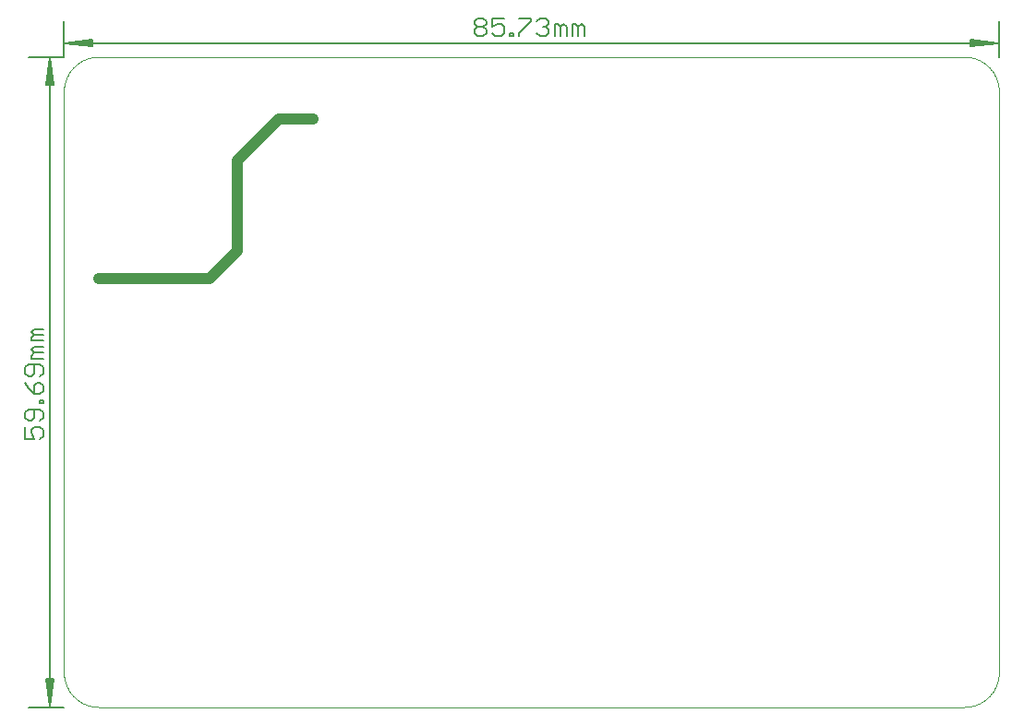
<source format=gko>
G75*
%MOIN*%
%OFA0B0*%
%FSLAX25Y25*%
%IPPOS*%
%LPD*%
%AMOC8*
5,1,8,0,0,1.08239X$1,22.5*
%
%ADD10C,0.00000*%
%ADD11C,0.00512*%
%ADD12C,0.00600*%
%ADD13C,0.04000*%
D10*
X0017595Y0013756D02*
X0017595Y0223756D01*
X0017599Y0224058D01*
X0017610Y0224360D01*
X0017628Y0224661D01*
X0017653Y0224962D01*
X0017686Y0225263D01*
X0017726Y0225562D01*
X0017773Y0225860D01*
X0017828Y0226158D01*
X0017889Y0226453D01*
X0017958Y0226747D01*
X0018034Y0227040D01*
X0018117Y0227330D01*
X0018207Y0227619D01*
X0018304Y0227905D01*
X0018407Y0228189D01*
X0018518Y0228470D01*
X0018635Y0228748D01*
X0018759Y0229024D01*
X0018890Y0229296D01*
X0019027Y0229565D01*
X0019170Y0229831D01*
X0019320Y0230093D01*
X0019477Y0230352D01*
X0019639Y0230606D01*
X0019808Y0230857D01*
X0019982Y0231103D01*
X0020163Y0231346D01*
X0020349Y0231583D01*
X0020541Y0231817D01*
X0020739Y0232045D01*
X0020942Y0232269D01*
X0021150Y0232487D01*
X0021364Y0232701D01*
X0021582Y0232909D01*
X0021806Y0233112D01*
X0022034Y0233310D01*
X0022268Y0233502D01*
X0022505Y0233688D01*
X0022748Y0233869D01*
X0022994Y0234043D01*
X0023245Y0234212D01*
X0023499Y0234374D01*
X0023758Y0234531D01*
X0024020Y0234681D01*
X0024286Y0234824D01*
X0024555Y0234961D01*
X0024827Y0235092D01*
X0025103Y0235216D01*
X0025381Y0235333D01*
X0025662Y0235444D01*
X0025946Y0235547D01*
X0026232Y0235644D01*
X0026521Y0235734D01*
X0026811Y0235817D01*
X0027104Y0235893D01*
X0027398Y0235962D01*
X0027693Y0236023D01*
X0027991Y0236078D01*
X0028289Y0236125D01*
X0028588Y0236165D01*
X0028889Y0236198D01*
X0029190Y0236223D01*
X0029491Y0236241D01*
X0029793Y0236252D01*
X0030095Y0236256D01*
X0342595Y0236256D01*
X0342897Y0236252D01*
X0343199Y0236241D01*
X0343500Y0236223D01*
X0343801Y0236198D01*
X0344102Y0236165D01*
X0344401Y0236125D01*
X0344699Y0236078D01*
X0344997Y0236023D01*
X0345292Y0235962D01*
X0345586Y0235893D01*
X0345879Y0235817D01*
X0346169Y0235734D01*
X0346458Y0235644D01*
X0346744Y0235547D01*
X0347028Y0235444D01*
X0347309Y0235333D01*
X0347587Y0235216D01*
X0347863Y0235092D01*
X0348135Y0234961D01*
X0348404Y0234824D01*
X0348670Y0234681D01*
X0348932Y0234531D01*
X0349191Y0234374D01*
X0349445Y0234212D01*
X0349696Y0234043D01*
X0349942Y0233869D01*
X0350185Y0233688D01*
X0350422Y0233502D01*
X0350656Y0233310D01*
X0350884Y0233112D01*
X0351108Y0232909D01*
X0351326Y0232701D01*
X0351540Y0232487D01*
X0351748Y0232269D01*
X0351951Y0232045D01*
X0352149Y0231817D01*
X0352341Y0231583D01*
X0352527Y0231346D01*
X0352708Y0231103D01*
X0352882Y0230857D01*
X0353051Y0230606D01*
X0353213Y0230352D01*
X0353370Y0230093D01*
X0353520Y0229831D01*
X0353663Y0229565D01*
X0353800Y0229296D01*
X0353931Y0229024D01*
X0354055Y0228748D01*
X0354172Y0228470D01*
X0354283Y0228189D01*
X0354386Y0227905D01*
X0354483Y0227619D01*
X0354573Y0227330D01*
X0354656Y0227040D01*
X0354732Y0226747D01*
X0354801Y0226453D01*
X0354862Y0226158D01*
X0354917Y0225860D01*
X0354964Y0225562D01*
X0355004Y0225263D01*
X0355037Y0224962D01*
X0355062Y0224661D01*
X0355080Y0224360D01*
X0355091Y0224058D01*
X0355095Y0223756D01*
X0355095Y0013756D01*
X0355091Y0013454D01*
X0355080Y0013152D01*
X0355062Y0012851D01*
X0355037Y0012550D01*
X0355004Y0012249D01*
X0354964Y0011950D01*
X0354917Y0011652D01*
X0354862Y0011354D01*
X0354801Y0011059D01*
X0354732Y0010765D01*
X0354656Y0010472D01*
X0354573Y0010182D01*
X0354483Y0009893D01*
X0354386Y0009607D01*
X0354283Y0009323D01*
X0354172Y0009042D01*
X0354055Y0008764D01*
X0353931Y0008488D01*
X0353800Y0008216D01*
X0353663Y0007947D01*
X0353520Y0007681D01*
X0353370Y0007419D01*
X0353213Y0007160D01*
X0353051Y0006906D01*
X0352882Y0006655D01*
X0352708Y0006409D01*
X0352527Y0006166D01*
X0352341Y0005929D01*
X0352149Y0005695D01*
X0351951Y0005467D01*
X0351748Y0005243D01*
X0351540Y0005025D01*
X0351326Y0004811D01*
X0351108Y0004603D01*
X0350884Y0004400D01*
X0350656Y0004202D01*
X0350422Y0004010D01*
X0350185Y0003824D01*
X0349942Y0003643D01*
X0349696Y0003469D01*
X0349445Y0003300D01*
X0349191Y0003138D01*
X0348932Y0002981D01*
X0348670Y0002831D01*
X0348404Y0002688D01*
X0348135Y0002551D01*
X0347863Y0002420D01*
X0347587Y0002296D01*
X0347309Y0002179D01*
X0347028Y0002068D01*
X0346744Y0001965D01*
X0346458Y0001868D01*
X0346169Y0001778D01*
X0345879Y0001695D01*
X0345586Y0001619D01*
X0345292Y0001550D01*
X0344997Y0001489D01*
X0344699Y0001434D01*
X0344401Y0001387D01*
X0344102Y0001347D01*
X0343801Y0001314D01*
X0343500Y0001289D01*
X0343199Y0001271D01*
X0342897Y0001260D01*
X0342595Y0001256D01*
X0030095Y0001256D01*
X0029793Y0001260D01*
X0029491Y0001271D01*
X0029190Y0001289D01*
X0028889Y0001314D01*
X0028588Y0001347D01*
X0028289Y0001387D01*
X0027991Y0001434D01*
X0027693Y0001489D01*
X0027398Y0001550D01*
X0027104Y0001619D01*
X0026811Y0001695D01*
X0026521Y0001778D01*
X0026232Y0001868D01*
X0025946Y0001965D01*
X0025662Y0002068D01*
X0025381Y0002179D01*
X0025103Y0002296D01*
X0024827Y0002420D01*
X0024555Y0002551D01*
X0024286Y0002688D01*
X0024020Y0002831D01*
X0023758Y0002981D01*
X0023499Y0003138D01*
X0023245Y0003300D01*
X0022994Y0003469D01*
X0022748Y0003643D01*
X0022505Y0003824D01*
X0022268Y0004010D01*
X0022034Y0004202D01*
X0021806Y0004400D01*
X0021582Y0004603D01*
X0021364Y0004811D01*
X0021150Y0005025D01*
X0020942Y0005243D01*
X0020739Y0005467D01*
X0020541Y0005695D01*
X0020349Y0005929D01*
X0020163Y0006166D01*
X0019982Y0006409D01*
X0019808Y0006655D01*
X0019639Y0006906D01*
X0019477Y0007160D01*
X0019320Y0007419D01*
X0019170Y0007681D01*
X0019027Y0007947D01*
X0018890Y0008216D01*
X0018759Y0008488D01*
X0018635Y0008764D01*
X0018518Y0009042D01*
X0018407Y0009323D01*
X0018304Y0009607D01*
X0018207Y0009893D01*
X0018117Y0010182D01*
X0018034Y0010472D01*
X0017958Y0010765D01*
X0017889Y0011059D01*
X0017828Y0011354D01*
X0017773Y0011652D01*
X0017726Y0011950D01*
X0017686Y0012249D01*
X0017653Y0012550D01*
X0017628Y0012851D01*
X0017610Y0013152D01*
X0017599Y0013454D01*
X0017595Y0013756D01*
D11*
X0017595Y0001256D02*
X0004918Y0001256D01*
X0012595Y0001512D02*
X0013619Y0011492D01*
X0013852Y0011492D02*
X0012595Y0001512D01*
X0011572Y0011492D01*
X0011338Y0011492D02*
X0013852Y0011492D01*
X0013107Y0011492D02*
X0012595Y0001512D01*
X0012083Y0011492D01*
X0011338Y0011492D02*
X0012595Y0001512D01*
X0012595Y0236000D01*
X0013619Y0226020D01*
X0013852Y0226020D02*
X0012595Y0236000D01*
X0011572Y0226020D01*
X0011338Y0226020D02*
X0013852Y0226020D01*
X0013107Y0226020D02*
X0012595Y0236000D01*
X0012083Y0226020D01*
X0011338Y0226020D02*
X0012595Y0236000D01*
X0017595Y0236256D02*
X0017595Y0248933D01*
X0017851Y0241256D02*
X0027831Y0240232D01*
X0027831Y0239999D02*
X0017851Y0241256D01*
X0027831Y0242280D01*
X0027831Y0242513D02*
X0027831Y0239999D01*
X0027831Y0240744D02*
X0017851Y0241256D01*
X0027831Y0241768D01*
X0027831Y0242513D02*
X0017851Y0241256D01*
X0354839Y0241256D01*
X0344859Y0240232D01*
X0344859Y0239999D02*
X0354839Y0241256D01*
X0344859Y0242280D01*
X0344859Y0242513D02*
X0344859Y0239999D01*
X0344859Y0240744D02*
X0354839Y0241256D01*
X0344859Y0241768D01*
X0344859Y0242513D02*
X0354839Y0241256D01*
X0355095Y0236256D02*
X0355095Y0248933D01*
X0017595Y0236256D02*
X0004918Y0236256D01*
D12*
X0006831Y0137903D02*
X0010033Y0137903D01*
X0010033Y0135767D02*
X0006831Y0135767D01*
X0005763Y0136835D01*
X0006831Y0137903D01*
X0006831Y0135767D02*
X0005763Y0134700D01*
X0005763Y0133632D01*
X0010033Y0133632D01*
X0010033Y0131457D02*
X0006831Y0131457D01*
X0005763Y0130389D01*
X0006831Y0129322D01*
X0010033Y0129322D01*
X0010033Y0127187D02*
X0005763Y0127187D01*
X0005763Y0128254D01*
X0006831Y0129322D01*
X0006831Y0125012D02*
X0006831Y0121809D01*
X0005763Y0120741D01*
X0004695Y0120741D01*
X0003628Y0121809D01*
X0003628Y0123944D01*
X0004695Y0125012D01*
X0008966Y0125012D01*
X0010033Y0123944D01*
X0010033Y0121809D01*
X0008966Y0120741D01*
X0008966Y0118566D02*
X0007898Y0118566D01*
X0006831Y0117498D01*
X0006831Y0114296D01*
X0008966Y0114296D01*
X0010033Y0115363D01*
X0010033Y0117498D01*
X0008966Y0118566D01*
X0004695Y0116431D02*
X0006831Y0114296D01*
X0004695Y0116431D02*
X0003628Y0118566D01*
X0008966Y0112141D02*
X0010033Y0112141D01*
X0010033Y0111073D01*
X0008966Y0111073D01*
X0008966Y0112141D01*
X0008966Y0108898D02*
X0004695Y0108898D01*
X0003628Y0107830D01*
X0003628Y0105695D01*
X0004695Y0104628D01*
X0005763Y0104628D01*
X0006831Y0105695D01*
X0006831Y0108898D01*
X0008966Y0108898D02*
X0010033Y0107830D01*
X0010033Y0105695D01*
X0008966Y0104628D01*
X0008966Y0102452D02*
X0006831Y0102452D01*
X0005763Y0101385D01*
X0005763Y0100317D01*
X0006831Y0098182D01*
X0003628Y0098182D01*
X0003628Y0102452D01*
X0008966Y0102452D02*
X0010033Y0101385D01*
X0010033Y0099250D01*
X0008966Y0098182D01*
X0165771Y0244885D02*
X0165771Y0245953D01*
X0166839Y0247020D01*
X0168974Y0247020D01*
X0170042Y0245953D01*
X0170042Y0244885D01*
X0168974Y0243818D01*
X0166839Y0243818D01*
X0165771Y0244885D01*
X0166839Y0247020D02*
X0165771Y0248088D01*
X0165771Y0249156D01*
X0166839Y0250223D01*
X0168974Y0250223D01*
X0170042Y0249156D01*
X0170042Y0248088D01*
X0168974Y0247020D01*
X0172217Y0247020D02*
X0172217Y0250223D01*
X0176487Y0250223D01*
X0175419Y0248088D02*
X0174352Y0248088D01*
X0172217Y0247020D01*
X0172217Y0244885D02*
X0173284Y0243818D01*
X0175419Y0243818D01*
X0176487Y0244885D01*
X0176487Y0247020D01*
X0175419Y0248088D01*
X0178662Y0244885D02*
X0179730Y0244885D01*
X0179730Y0243818D01*
X0178662Y0243818D01*
X0178662Y0244885D01*
X0181885Y0244885D02*
X0181885Y0243818D01*
X0181885Y0244885D02*
X0186155Y0249156D01*
X0186155Y0250223D01*
X0181885Y0250223D01*
X0188330Y0249156D02*
X0189398Y0250223D01*
X0191533Y0250223D01*
X0192601Y0249156D01*
X0192601Y0248088D01*
X0191533Y0247020D01*
X0192601Y0245953D01*
X0192601Y0244885D01*
X0191533Y0243818D01*
X0189398Y0243818D01*
X0188330Y0244885D01*
X0190466Y0247020D02*
X0191533Y0247020D01*
X0194776Y0248088D02*
X0194776Y0243818D01*
X0196911Y0243818D02*
X0196911Y0247020D01*
X0197979Y0248088D01*
X0199046Y0247020D01*
X0199046Y0243818D01*
X0201221Y0243818D02*
X0201221Y0248088D01*
X0202289Y0248088D01*
X0203357Y0247020D01*
X0204424Y0248088D01*
X0205492Y0247020D01*
X0205492Y0243818D01*
X0203357Y0243818D02*
X0203357Y0247020D01*
X0196911Y0247020D02*
X0195844Y0248088D01*
X0194776Y0248088D01*
D13*
X0107595Y0213756D02*
X0095095Y0213756D01*
X0080095Y0198756D01*
X0080095Y0166256D01*
X0070095Y0156256D01*
X0030095Y0156256D01*
X0070095Y0156256D01*
X0080095Y0166256D01*
X0080095Y0198756D01*
X0095095Y0213756D01*
X0107595Y0213756D01*
M02*

</source>
